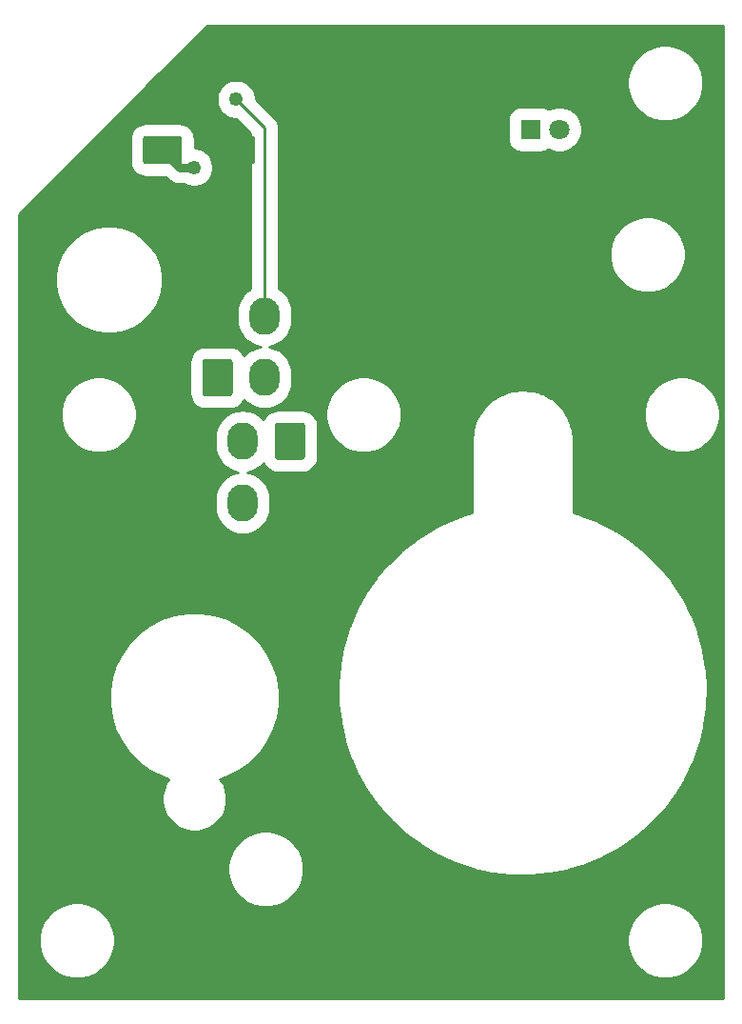
<source format=gbr>
%TF.GenerationSoftware,KiCad,Pcbnew,(5.1.12-1-10_14)*%
%TF.CreationDate,2021-11-24T11:20:23+11:00*%
%TF.ProjectId,Landing Gear Panel PCB V2,4c616e64-696e-4672-9047-656172205061,rev?*%
%TF.SameCoordinates,Original*%
%TF.FileFunction,Copper,L2,Bot*%
%TF.FilePolarity,Positive*%
%FSLAX46Y46*%
G04 Gerber Fmt 4.6, Leading zero omitted, Abs format (unit mm)*
G04 Created by KiCad (PCBNEW (5.1.12-1-10_14)) date 2021-11-24 11:20:23*
%MOMM*%
%LPD*%
G01*
G04 APERTURE LIST*
%TA.AperFunction,ComponentPad*%
%ADD10O,2.700000X3.300000*%
%TD*%
%TA.AperFunction,ComponentPad*%
%ADD11C,1.800000*%
%TD*%
%TA.AperFunction,ComponentPad*%
%ADD12R,1.800000X1.800000*%
%TD*%
%TA.AperFunction,ViaPad*%
%ADD13C,1.250000*%
%TD*%
%TA.AperFunction,Conductor*%
%ADD14C,0.750000*%
%TD*%
%TA.AperFunction,Conductor*%
%ADD15C,0.250000*%
%TD*%
%TA.AperFunction,Conductor*%
%ADD16C,0.254000*%
%TD*%
%TA.AperFunction,Conductor*%
%ADD17C,0.100000*%
%TD*%
G04 APERTURE END LIST*
D10*
%TO.P,J2,4*%
%TO.N,/DATAIN*%
X85450000Y-65500000D03*
%TO.P,J2,3*%
%TO.N,/LEDGND*%
X81250000Y-65500000D03*
%TO.P,J2,2*%
%TO.N,/LED+5V*%
X85450000Y-71000000D03*
%TO.P,J2,1*%
%TA.AperFunction,ComponentPad*%
G36*
G01*
X79900000Y-72399999D02*
X79900000Y-69600001D01*
G75*
G02*
X80150001Y-69350000I250001J0D01*
G01*
X82349999Y-69350000D01*
G75*
G02*
X82600000Y-69600001I0J-250001D01*
G01*
X82600000Y-72399999D01*
G75*
G02*
X82349999Y-72650000I-250001J0D01*
G01*
X80150001Y-72650000D01*
G75*
G02*
X79900000Y-72399999I0J250001D01*
G01*
G37*
%TD.AperFunction*%
%TD*%
%TO.P,J1,4*%
%TO.N,/DATAOUT*%
X83500000Y-82150000D03*
%TO.P,J1,3*%
%TO.N,/LEDGND*%
X87700000Y-82150000D03*
%TO.P,J1,2*%
%TO.N,/LED+5V*%
X83500000Y-76650000D03*
%TO.P,J1,1*%
%TA.AperFunction,ComponentPad*%
G36*
G01*
X89050000Y-75250001D02*
X89050000Y-78049999D01*
G75*
G02*
X88799999Y-78300000I-250001J0D01*
G01*
X86600001Y-78300000D01*
G75*
G02*
X86350000Y-78049999I0J250001D01*
G01*
X86350000Y-75250001D01*
G75*
G02*
X86600001Y-75000000I250001J0D01*
G01*
X88799999Y-75000000D01*
G75*
G02*
X89050000Y-75250001I0J-250001D01*
G01*
G37*
%TD.AperFunction*%
%TD*%
D11*
%TO.P,D24,2*%
%TO.N,/LED+5V*%
X111684000Y-48920400D03*
D12*
%TO.P,D24,1*%
%TO.N,Net-(D24-Pad1)*%
X109144000Y-48920400D03*
%TD*%
%TO.P,C1,2*%
%TO.N,/LEDGND*%
%TA.AperFunction,SMDPad,CuDef*%
G36*
G01*
X81103600Y-51774600D02*
X81103600Y-49774600D01*
G75*
G02*
X81353600Y-49524600I250000J0D01*
G01*
X84353600Y-49524600D01*
G75*
G02*
X84603600Y-49774600I0J-250000D01*
G01*
X84603600Y-51774600D01*
G75*
G02*
X84353600Y-52024600I-250000J0D01*
G01*
X81353600Y-52024600D01*
G75*
G02*
X81103600Y-51774600I0J250000D01*
G01*
G37*
%TD.AperFunction*%
%TO.P,C1,1*%
%TO.N,/LED+5V*%
%TA.AperFunction,SMDPad,CuDef*%
G36*
G01*
X74603600Y-51774600D02*
X74603600Y-49774600D01*
G75*
G02*
X74853600Y-49524600I250000J0D01*
G01*
X77853600Y-49524600D01*
G75*
G02*
X78103600Y-49774600I0J-250000D01*
G01*
X78103600Y-51774600D01*
G75*
G02*
X77853600Y-52024600I-250000J0D01*
G01*
X74853600Y-52024600D01*
G75*
G02*
X74603600Y-51774600I0J250000D01*
G01*
G37*
%TD.AperFunction*%
%TD*%
D13*
%TO.N,/LEDGND*%
X78967400Y-81665300D03*
X87650000Y-62700000D03*
X98550000Y-118000000D03*
X90150000Y-110900000D03*
X73300000Y-111600000D03*
X68350000Y-97200000D03*
X87850000Y-47800000D03*
X98550000Y-47900000D03*
X106650000Y-47800000D03*
X82900000Y-90800000D03*
X91500000Y-94050000D03*
X95200000Y-86400000D03*
X115750000Y-70550000D03*
X103450000Y-72250000D03*
X100250000Y-72150000D03*
X96900000Y-64300000D03*
X114250000Y-63950000D03*
X114100000Y-56600000D03*
X105600000Y-56700000D03*
X96650000Y-56800000D03*
X78750000Y-57450000D03*
X87850000Y-53300000D03*
X105600000Y-64350000D03*
%TO.N,/LED+5V*%
X79134500Y-52298400D03*
%TO.N,/DATAIN*%
X82919500Y-46269500D03*
%TD*%
D14*
%TO.N,/LED+5V*%
X79134500Y-52298400D02*
X77877400Y-52298400D01*
X77877400Y-52298400D02*
X76353600Y-50774600D01*
D15*
%TO.N,/DATAIN*%
X85450000Y-48800000D02*
X82919500Y-46269500D01*
X85450000Y-65500000D02*
X85450000Y-48800000D01*
%TD*%
D16*
%TO.N,/LEDGND*%
X126230200Y-126154000D02*
X63596700Y-126154000D01*
X63596700Y-120697776D01*
X65336421Y-120697776D01*
X65336421Y-121364224D01*
X65466439Y-122017866D01*
X65721477Y-122633583D01*
X66091736Y-123187714D01*
X66562986Y-123658964D01*
X67117117Y-124029223D01*
X67732834Y-124284261D01*
X68386476Y-124414279D01*
X69052924Y-124414279D01*
X69706566Y-124284261D01*
X70322283Y-124029223D01*
X70876414Y-123658964D01*
X71347664Y-123187714D01*
X71717923Y-122633583D01*
X71972961Y-122017866D01*
X72102979Y-121364224D01*
X72102979Y-120697776D01*
X117723920Y-120697776D01*
X117723920Y-121364224D01*
X117853938Y-122017866D01*
X118108976Y-122633584D01*
X118479235Y-123187715D01*
X118950485Y-123658965D01*
X119504616Y-124029224D01*
X120120334Y-124284262D01*
X120773976Y-124414280D01*
X121440424Y-124414280D01*
X122094066Y-124284262D01*
X122709784Y-124029224D01*
X123263915Y-123658965D01*
X123735165Y-123187715D01*
X124105424Y-122633584D01*
X124360462Y-122017866D01*
X124490480Y-121364224D01*
X124490480Y-120697776D01*
X124360462Y-120044134D01*
X124105424Y-119428416D01*
X123735165Y-118874285D01*
X123263915Y-118403035D01*
X122709784Y-118032776D01*
X122094066Y-117777738D01*
X121440424Y-117647720D01*
X120773976Y-117647720D01*
X120120334Y-117777738D01*
X119504616Y-118032776D01*
X118950485Y-118403035D01*
X118479235Y-118874285D01*
X118108976Y-119428416D01*
X117853938Y-120044134D01*
X117723920Y-120697776D01*
X72102979Y-120697776D01*
X71972961Y-120044134D01*
X71717923Y-119428417D01*
X71347664Y-118874286D01*
X70876414Y-118403036D01*
X70322283Y-118032777D01*
X69706566Y-117777739D01*
X69052924Y-117647721D01*
X68386476Y-117647721D01*
X67732834Y-117777739D01*
X67117117Y-118032777D01*
X66562986Y-118403036D01*
X66091736Y-118874286D01*
X65721477Y-119428417D01*
X65466439Y-120044134D01*
X65336421Y-120697776D01*
X63596700Y-120697776D01*
X63596700Y-114347776D01*
X82163921Y-114347776D01*
X82163921Y-115014224D01*
X82293939Y-115667866D01*
X82548977Y-116283583D01*
X82919236Y-116837714D01*
X83390486Y-117308964D01*
X83944617Y-117679223D01*
X84560334Y-117934261D01*
X85213976Y-118064279D01*
X85880424Y-118064279D01*
X86534066Y-117934261D01*
X87149783Y-117679223D01*
X87703914Y-117308964D01*
X88175164Y-116837714D01*
X88545423Y-116283583D01*
X88800461Y-115667866D01*
X88930479Y-115014224D01*
X88930479Y-114347776D01*
X88800461Y-113694134D01*
X88545423Y-113078417D01*
X88175164Y-112524286D01*
X87703914Y-112053036D01*
X87149783Y-111682777D01*
X86534066Y-111427739D01*
X85880424Y-111297721D01*
X85213976Y-111297721D01*
X84560334Y-111427739D01*
X83944617Y-111682777D01*
X83390486Y-112053036D01*
X82919236Y-112524286D01*
X82548977Y-113078417D01*
X82293939Y-113694134D01*
X82163921Y-114347776D01*
X63596700Y-114347776D01*
X63596700Y-98844946D01*
X71623620Y-98844946D01*
X71623620Y-100037054D01*
X71810107Y-101214484D01*
X72178488Y-102348246D01*
X72719694Y-103410421D01*
X73420397Y-104374856D01*
X74263344Y-105217803D01*
X75227779Y-105918506D01*
X76289954Y-106459712D01*
X76911821Y-106661768D01*
X76641393Y-107066493D01*
X76423988Y-107591355D01*
X76313156Y-108148546D01*
X76313156Y-108716654D01*
X76423988Y-109273845D01*
X76641393Y-109798707D01*
X76957016Y-110271071D01*
X77358729Y-110672784D01*
X77831093Y-110988407D01*
X78355955Y-111205812D01*
X78913146Y-111316644D01*
X79481254Y-111316644D01*
X80038445Y-111205812D01*
X80563307Y-110988407D01*
X81035671Y-110672784D01*
X81437384Y-110271071D01*
X81753007Y-109798707D01*
X81970412Y-109273845D01*
X82081244Y-108716654D01*
X82081244Y-108148546D01*
X81970412Y-107591355D01*
X81753007Y-107066493D01*
X81482579Y-106661768D01*
X82104446Y-106459712D01*
X83166621Y-105918506D01*
X84131056Y-105217803D01*
X84974003Y-104374856D01*
X85674706Y-103410421D01*
X86215912Y-102348246D01*
X86584293Y-101214484D01*
X86770780Y-100037054D01*
X86770780Y-98844946D01*
X86679651Y-98269580D01*
X91950445Y-98269580D01*
X91974080Y-99838039D01*
X91976146Y-99869034D01*
X91976587Y-99900087D01*
X91982480Y-99964054D01*
X92167216Y-101521775D01*
X92172456Y-101552385D01*
X92176087Y-101583236D01*
X92188524Y-101646259D01*
X92532404Y-103176738D01*
X92540763Y-103206649D01*
X92547546Y-103236961D01*
X92566395Y-103298371D01*
X93065774Y-104785395D01*
X93077165Y-104814292D01*
X93087027Y-104843744D01*
X93112088Y-104902891D01*
X93761678Y-106330706D01*
X93775981Y-106358282D01*
X93788816Y-106386560D01*
X93819824Y-106442818D01*
X94612741Y-107796297D01*
X94629809Y-107822267D01*
X94645477Y-107849065D01*
X94682104Y-107901838D01*
X95609948Y-109166641D01*
X95629593Y-109190717D01*
X95647935Y-109215765D01*
X95689793Y-109264494D01*
X96742735Y-110427221D01*
X96764748Y-110449147D01*
X96785569Y-110472179D01*
X96832214Y-110516347D01*
X97999098Y-111564681D01*
X98023250Y-111584229D01*
X98046327Y-111604998D01*
X98097265Y-111644137D01*
X99365729Y-112566971D01*
X99391759Y-112583931D01*
X99416852Y-112602220D01*
X99471544Y-112635915D01*
X100828147Y-113423472D01*
X100855782Y-113437666D01*
X100882624Y-113453280D01*
X100940489Y-113481175D01*
X102370863Y-114125111D01*
X102399812Y-114136390D01*
X102428115Y-114149161D01*
X102488528Y-114170955D01*
X102488540Y-114170960D01*
X102488546Y-114170962D01*
X103977529Y-114664453D01*
X104007474Y-114672694D01*
X104036949Y-114682491D01*
X104099296Y-114697963D01*
X105631126Y-115035785D01*
X105661758Y-115040904D01*
X105692084Y-115047619D01*
X105755692Y-115056601D01*
X107314130Y-115235172D01*
X107345121Y-115237115D01*
X107375983Y-115240678D01*
X107440176Y-115243073D01*
X109008716Y-115260504D01*
X109039752Y-115259250D01*
X109070809Y-115259622D01*
X109134908Y-115255406D01*
X110696931Y-115111509D01*
X110727666Y-115107073D01*
X110758602Y-115104250D01*
X110821929Y-115093467D01*
X112360886Y-114789769D01*
X112390997Y-114782198D01*
X112421485Y-114776209D01*
X112483368Y-114758974D01*
X113982956Y-114298691D01*
X114012145Y-114288059D01*
X114041840Y-114278973D01*
X114101623Y-114255468D01*
X115545953Y-113643477D01*
X115573887Y-113629905D01*
X115602498Y-113617811D01*
X115659549Y-113588285D01*
X117033319Y-112831070D01*
X117059718Y-112814694D01*
X117086926Y-112799727D01*
X117140640Y-112764494D01*
X118429297Y-111870076D01*
X118453866Y-111851078D01*
X118479399Y-111833389D01*
X118529206Y-111792821D01*
X119719098Y-110770677D01*
X119741588Y-110749250D01*
X119765163Y-110729034D01*
X119810536Y-110683561D01*
X120889056Y-109544519D01*
X120909223Y-109520895D01*
X120930597Y-109498361D01*
X120971055Y-109448465D01*
X121926777Y-108204593D01*
X121944409Y-108179021D01*
X121963353Y-108154410D01*
X121998468Y-108100620D01*
X122821267Y-106765096D01*
X122836179Y-106737843D01*
X122852491Y-106711418D01*
X122881891Y-106654303D01*
X123563049Y-105241276D01*
X123575082Y-105212632D01*
X123588589Y-105184674D01*
X123611963Y-105124839D01*
X124144264Y-103649279D01*
X124153291Y-103619543D01*
X124163850Y-103590351D01*
X124180949Y-103528431D01*
X124558754Y-102005970D01*
X124564674Y-101975478D01*
X124572180Y-101945341D01*
X124582823Y-101881991D01*
X124802129Y-100328760D01*
X124804883Y-100297825D01*
X124809252Y-100267072D01*
X124813327Y-100202964D01*
X124871811Y-98635417D01*
X124871370Y-98604362D01*
X124872555Y-98573324D01*
X124870018Y-98509136D01*
X124767060Y-96943882D01*
X124763428Y-96913028D01*
X124761417Y-96882042D01*
X124752296Y-96818454D01*
X124488987Y-95272075D01*
X124482206Y-95241772D01*
X124477018Y-95211142D01*
X124461409Y-95148829D01*
X124040539Y-93637707D01*
X124030674Y-93608248D01*
X124022369Y-93578327D01*
X124000437Y-93517949D01*
X123426464Y-92058094D01*
X123413621Y-92029800D01*
X123402286Y-92000896D01*
X123374265Y-91943092D01*
X122653270Y-90549970D01*
X122637590Y-90523152D01*
X122623341Y-90495561D01*
X122589526Y-90440944D01*
X121729148Y-89129315D01*
X121710798Y-89104256D01*
X121693785Y-89078270D01*
X121654534Y-89027418D01*
X120663887Y-87811177D01*
X120643056Y-87788133D01*
X120623464Y-87764038D01*
X120579195Y-87717490D01*
X119468776Y-86609523D01*
X119445688Y-86588744D01*
X119423721Y-86566788D01*
X119374901Y-86525037D01*
X118156473Y-85537082D01*
X118131366Y-85518783D01*
X118107265Y-85499206D01*
X118054412Y-85462694D01*
X116740884Y-84605217D01*
X116714037Y-84589600D01*
X116688043Y-84572599D01*
X116631717Y-84541714D01*
X115237004Y-83823801D01*
X115208694Y-83811027D01*
X115181091Y-83796788D01*
X115121888Y-83771857D01*
X113660768Y-83201112D01*
X113631293Y-83191314D01*
X113602373Y-83179989D01*
X113540933Y-83161279D01*
X113540922Y-83161275D01*
X113540917Y-83161274D01*
X112930158Y-82992622D01*
X112936256Y-76521889D01*
X112930021Y-76457967D01*
X112930021Y-76415162D01*
X112928230Y-76398124D01*
X112856395Y-75757703D01*
X112833266Y-75648889D01*
X112811673Y-75539836D01*
X112806609Y-75523477D01*
X112806607Y-75523467D01*
X112806603Y-75523458D01*
X112611749Y-74909197D01*
X112567925Y-74806948D01*
X112525560Y-74704163D01*
X112517412Y-74689092D01*
X112206952Y-74124368D01*
X112144116Y-74032598D01*
X112093157Y-73955899D01*
X119184420Y-73955899D01*
X119184420Y-74622347D01*
X119314438Y-75275989D01*
X119569476Y-75891707D01*
X119939735Y-76445838D01*
X120410985Y-76917088D01*
X120965116Y-77287347D01*
X121580834Y-77542385D01*
X122234476Y-77672403D01*
X122900924Y-77672403D01*
X123554566Y-77542385D01*
X124170284Y-77287347D01*
X124724415Y-76917088D01*
X125195665Y-76445838D01*
X125565924Y-75891707D01*
X125820962Y-75275989D01*
X125950980Y-74622347D01*
X125950980Y-73955899D01*
X125820962Y-73302257D01*
X125565924Y-72686539D01*
X125195665Y-72132408D01*
X124724415Y-71661158D01*
X124170284Y-71290899D01*
X123554566Y-71035861D01*
X122900924Y-70905843D01*
X122234476Y-70905843D01*
X121580834Y-71035861D01*
X120965116Y-71290899D01*
X120410985Y-71661158D01*
X119939735Y-72132408D01*
X119569476Y-72686539D01*
X119314438Y-73302257D01*
X119184420Y-73955899D01*
X112093157Y-73955899D01*
X112082581Y-73939981D01*
X112071661Y-73926780D01*
X111657425Y-73433112D01*
X111577961Y-73355295D01*
X111499607Y-73276393D01*
X111486331Y-73265564D01*
X110984096Y-72861757D01*
X110891037Y-72800861D01*
X110798845Y-72738677D01*
X110783718Y-72730633D01*
X110212615Y-72432068D01*
X110109496Y-72390405D01*
X110006986Y-72347314D01*
X109990585Y-72342362D01*
X109372367Y-72160410D01*
X109263103Y-72139567D01*
X109154190Y-72117210D01*
X109137141Y-72115538D01*
X109137139Y-72115538D01*
X108495354Y-72057131D01*
X108384147Y-72057907D01*
X108272940Y-72057131D01*
X108255889Y-72058803D01*
X107614983Y-72126166D01*
X107506024Y-72148532D01*
X107396809Y-72169366D01*
X107380408Y-72174317D01*
X106764791Y-72364882D01*
X106662224Y-72407997D01*
X106559160Y-72449638D01*
X106544033Y-72457680D01*
X105977155Y-72764190D01*
X105884936Y-72826392D01*
X105791904Y-72887271D01*
X105778627Y-72898099D01*
X105282079Y-73308879D01*
X105203704Y-73387803D01*
X105124262Y-73465599D01*
X105113341Y-73478799D01*
X104706038Y-73978202D01*
X104644491Y-74070838D01*
X104581667Y-74162590D01*
X104573518Y-74177660D01*
X104270973Y-74746664D01*
X104228580Y-74849517D01*
X104184786Y-74951697D01*
X104179719Y-74968064D01*
X103993456Y-75584996D01*
X103971856Y-75694085D01*
X103948734Y-75802865D01*
X103946943Y-75819904D01*
X103884057Y-76461266D01*
X103878200Y-76520733D01*
X103878201Y-82983327D01*
X103608929Y-83054539D01*
X103585974Y-83061893D01*
X103562600Y-83067770D01*
X103501704Y-83088220D01*
X102028261Y-83626354D01*
X101999679Y-83638494D01*
X101970490Y-83649126D01*
X101912018Y-83675728D01*
X100501697Y-84362471D01*
X100474505Y-84377490D01*
X100446574Y-84391061D01*
X100391146Y-84423532D01*
X99058887Y-85251607D01*
X99033384Y-85269341D01*
X99006994Y-85285712D01*
X98955198Y-85323708D01*
X97715117Y-86284344D01*
X97691584Y-86304595D01*
X97667004Y-86323602D01*
X97619389Y-86366722D01*
X96484621Y-87449740D01*
X96463285Y-87472313D01*
X96440799Y-87493736D01*
X96397868Y-87541522D01*
X95380439Y-88735448D01*
X95361537Y-88760093D01*
X95341371Y-88783716D01*
X95303579Y-88835662D01*
X94414266Y-90127848D01*
X94397999Y-90154304D01*
X94380367Y-90179876D01*
X94348115Y-90235431D01*
X93596340Y-91612187D01*
X93582880Y-91640172D01*
X93567968Y-91667425D01*
X93541598Y-91726000D01*
X92935326Y-93172739D01*
X92924811Y-93201966D01*
X92912783Y-93230600D01*
X92892573Y-93291576D01*
X92438226Y-94792973D01*
X92430771Y-94823127D01*
X92421750Y-94852845D01*
X92407915Y-94915576D01*
X92110307Y-96455722D01*
X92105990Y-96486490D01*
X92100073Y-96516970D01*
X92092760Y-96580790D01*
X91955044Y-98143370D01*
X91953913Y-98174413D01*
X91951160Y-98205346D01*
X91950445Y-98269580D01*
X86679651Y-98269580D01*
X86584293Y-97667516D01*
X86215912Y-96533754D01*
X85674706Y-95471579D01*
X84974003Y-94507144D01*
X84131056Y-93664197D01*
X83166621Y-92963494D01*
X82104446Y-92422288D01*
X80970684Y-92053907D01*
X79793254Y-91867420D01*
X78601146Y-91867420D01*
X77423716Y-92053907D01*
X76289954Y-92422288D01*
X75227779Y-92963494D01*
X74263344Y-93664197D01*
X73420397Y-94507144D01*
X72719694Y-95471579D01*
X72178488Y-96533754D01*
X71810107Y-97667516D01*
X71623620Y-98844946D01*
X63596700Y-98844946D01*
X63596700Y-73955899D01*
X67307420Y-73955899D01*
X67307420Y-74622347D01*
X67437438Y-75275989D01*
X67692476Y-75891707D01*
X68062735Y-76445838D01*
X68533985Y-76917088D01*
X69088116Y-77287347D01*
X69703834Y-77542385D01*
X70357476Y-77672403D01*
X71023924Y-77672403D01*
X71677566Y-77542385D01*
X72293284Y-77287347D01*
X72847415Y-76917088D01*
X73318665Y-76445838D01*
X73464010Y-76228314D01*
X81023000Y-76228314D01*
X81023000Y-77071685D01*
X81058840Y-77435576D01*
X81200478Y-77902492D01*
X81430485Y-78332805D01*
X81740022Y-78709978D01*
X82117194Y-79019515D01*
X82547507Y-79249522D01*
X83014423Y-79391160D01*
X83104178Y-79400000D01*
X83014424Y-79408840D01*
X82547508Y-79550478D01*
X82117195Y-79780485D01*
X81740023Y-80090022D01*
X81430486Y-80467194D01*
X81200478Y-80897507D01*
X81058840Y-81364423D01*
X81023000Y-81728314D01*
X81023000Y-82571685D01*
X81058840Y-82935576D01*
X81200478Y-83402492D01*
X81430485Y-83832805D01*
X81740022Y-84209978D01*
X82117194Y-84519515D01*
X82547507Y-84749522D01*
X83014423Y-84891160D01*
X83500000Y-84938985D01*
X83985576Y-84891160D01*
X84452492Y-84749522D01*
X84882805Y-84519515D01*
X85259978Y-84209978D01*
X85569515Y-83832806D01*
X85799522Y-83402493D01*
X85941160Y-82935577D01*
X85977000Y-82571686D01*
X85977000Y-81728315D01*
X85941160Y-81364424D01*
X85799522Y-80897508D01*
X85569515Y-80467195D01*
X85259978Y-80090022D01*
X84882806Y-79780485D01*
X84452493Y-79550478D01*
X83985577Y-79408840D01*
X83895822Y-79400000D01*
X83985576Y-79391160D01*
X84452492Y-79249522D01*
X84882805Y-79019515D01*
X85259978Y-78709978D01*
X85340393Y-78611992D01*
X85450533Y-78818049D01*
X85622458Y-79027542D01*
X85831951Y-79199467D01*
X86070959Y-79327220D01*
X86330298Y-79405890D01*
X86600001Y-79432453D01*
X88799999Y-79432453D01*
X89069702Y-79405890D01*
X89329041Y-79327220D01*
X89568049Y-79199467D01*
X89777542Y-79027542D01*
X89949467Y-78818049D01*
X90077220Y-78579041D01*
X90155890Y-78319702D01*
X90182453Y-78049999D01*
X90182453Y-75250001D01*
X90155890Y-74980298D01*
X90077220Y-74720959D01*
X89949467Y-74481951D01*
X89777542Y-74272458D01*
X89568049Y-74100533D01*
X89329041Y-73972780D01*
X89273393Y-73955899D01*
X90863421Y-73955899D01*
X90863421Y-74622347D01*
X90993439Y-75275989D01*
X91248477Y-75891706D01*
X91618736Y-76445837D01*
X92089986Y-76917087D01*
X92644117Y-77287346D01*
X93259834Y-77542384D01*
X93913476Y-77672402D01*
X94579924Y-77672402D01*
X95233566Y-77542384D01*
X95849283Y-77287346D01*
X96403414Y-76917087D01*
X96874664Y-76445837D01*
X97244923Y-75891706D01*
X97499961Y-75275989D01*
X97629979Y-74622347D01*
X97629979Y-73955899D01*
X97499961Y-73302257D01*
X97244923Y-72686540D01*
X96874664Y-72132409D01*
X96403414Y-71661159D01*
X95849283Y-71290900D01*
X95233566Y-71035862D01*
X94579924Y-70905844D01*
X93913476Y-70905844D01*
X93259834Y-71035862D01*
X92644117Y-71290900D01*
X92089986Y-71661159D01*
X91618736Y-72132409D01*
X91248477Y-72686540D01*
X90993439Y-73302257D01*
X90863421Y-73955899D01*
X89273393Y-73955899D01*
X89069702Y-73894110D01*
X88799999Y-73867547D01*
X86600001Y-73867547D01*
X86330298Y-73894110D01*
X86070959Y-73972780D01*
X85831951Y-74100533D01*
X85622458Y-74272458D01*
X85450533Y-74481951D01*
X85340393Y-74688008D01*
X85259978Y-74590022D01*
X84882806Y-74280485D01*
X84452493Y-74050478D01*
X83985577Y-73908840D01*
X83500000Y-73861015D01*
X83014424Y-73908840D01*
X82547508Y-74050478D01*
X82117195Y-74280485D01*
X81740023Y-74590022D01*
X81430486Y-74967194D01*
X81200478Y-75397507D01*
X81058840Y-75864423D01*
X81023000Y-76228314D01*
X73464010Y-76228314D01*
X73688924Y-75891707D01*
X73943962Y-75275989D01*
X74073980Y-74622347D01*
X74073980Y-73955899D01*
X73943962Y-73302257D01*
X73688924Y-72686539D01*
X73318665Y-72132408D01*
X72847415Y-71661158D01*
X72293284Y-71290899D01*
X71677566Y-71035861D01*
X71023924Y-70905843D01*
X70357476Y-70905843D01*
X69703834Y-71035861D01*
X69088116Y-71290899D01*
X68533985Y-71661158D01*
X68062735Y-72132408D01*
X67692476Y-72686539D01*
X67437438Y-73302257D01*
X67307420Y-73955899D01*
X63596700Y-73955899D01*
X63596700Y-69600001D01*
X78767547Y-69600001D01*
X78767547Y-72399999D01*
X78794110Y-72669702D01*
X78872780Y-72929041D01*
X79000533Y-73168049D01*
X79172458Y-73377542D01*
X79381951Y-73549467D01*
X79620959Y-73677220D01*
X79880298Y-73755890D01*
X80150001Y-73782453D01*
X82349999Y-73782453D01*
X82619702Y-73755890D01*
X82879041Y-73677220D01*
X83118049Y-73549467D01*
X83327542Y-73377542D01*
X83499467Y-73168049D01*
X83609608Y-72961991D01*
X83690023Y-73059978D01*
X84067195Y-73369515D01*
X84497508Y-73599522D01*
X84964424Y-73741160D01*
X85450000Y-73788985D01*
X85935577Y-73741160D01*
X86402493Y-73599522D01*
X86832806Y-73369515D01*
X87209978Y-73059978D01*
X87519515Y-72682805D01*
X87749522Y-72252492D01*
X87891160Y-71785576D01*
X87927000Y-71421685D01*
X87927000Y-70578314D01*
X87891160Y-70214423D01*
X87749522Y-69747507D01*
X87519515Y-69317194D01*
X87209978Y-68940022D01*
X86832805Y-68630485D01*
X86402492Y-68400478D01*
X85935576Y-68258840D01*
X85845822Y-68250000D01*
X85935577Y-68241160D01*
X86402493Y-68099522D01*
X86832806Y-67869515D01*
X87209978Y-67559978D01*
X87519515Y-67182805D01*
X87749522Y-66752492D01*
X87891160Y-66285576D01*
X87927000Y-65921685D01*
X87927000Y-65078314D01*
X87891160Y-64714423D01*
X87749522Y-64247507D01*
X87519515Y-63817194D01*
X87209978Y-63440022D01*
X86832805Y-63130485D01*
X86702000Y-63060568D01*
X86702000Y-59737776D01*
X116136420Y-59737776D01*
X116136420Y-60404224D01*
X116266438Y-61057866D01*
X116521476Y-61673584D01*
X116891735Y-62227715D01*
X117362985Y-62698965D01*
X117917116Y-63069224D01*
X118532834Y-63324262D01*
X119186476Y-63454280D01*
X119852924Y-63454280D01*
X120506566Y-63324262D01*
X121122284Y-63069224D01*
X121676415Y-62698965D01*
X122147665Y-62227715D01*
X122517924Y-61673584D01*
X122772962Y-61057866D01*
X122902980Y-60404224D01*
X122902980Y-59737776D01*
X122772962Y-59084134D01*
X122517924Y-58468416D01*
X122147665Y-57914285D01*
X121676415Y-57443035D01*
X121122284Y-57072776D01*
X120506566Y-56817738D01*
X119852924Y-56687720D01*
X119186476Y-56687720D01*
X118532834Y-56817738D01*
X117917116Y-57072776D01*
X117362985Y-57443035D01*
X116891735Y-57914285D01*
X116521476Y-58468416D01*
X116266438Y-59084134D01*
X116136420Y-59737776D01*
X86702000Y-59737776D01*
X86702000Y-48861495D01*
X86708057Y-48799999D01*
X86700252Y-48720758D01*
X86683884Y-48554565D01*
X86612293Y-48318562D01*
X86496036Y-48101060D01*
X86429840Y-48020400D01*
X107111547Y-48020400D01*
X107111547Y-49820400D01*
X107133307Y-50041331D01*
X107197750Y-50253771D01*
X107302400Y-50449557D01*
X107443235Y-50621165D01*
X107614843Y-50762000D01*
X107810629Y-50866650D01*
X108023069Y-50931093D01*
X108244000Y-50952853D01*
X110044000Y-50952853D01*
X110264931Y-50931093D01*
X110477371Y-50866650D01*
X110673157Y-50762000D01*
X110726842Y-50717941D01*
X111092746Y-50869504D01*
X111484358Y-50947400D01*
X111883642Y-50947400D01*
X112275254Y-50869504D01*
X112644145Y-50716704D01*
X112976137Y-50494874D01*
X113258474Y-50212537D01*
X113480304Y-49880545D01*
X113633104Y-49511654D01*
X113711000Y-49120042D01*
X113711000Y-48720758D01*
X113633104Y-48329146D01*
X113480304Y-47960255D01*
X113258474Y-47628263D01*
X112976137Y-47345926D01*
X112644145Y-47124096D01*
X112275254Y-46971296D01*
X111883642Y-46893400D01*
X111484358Y-46893400D01*
X111092746Y-46971296D01*
X110726842Y-47122859D01*
X110673157Y-47078800D01*
X110477371Y-46974150D01*
X110264931Y-46909707D01*
X110044000Y-46887947D01*
X108244000Y-46887947D01*
X108023069Y-46909707D01*
X107810629Y-46974150D01*
X107614843Y-47078800D01*
X107443235Y-47219635D01*
X107302400Y-47391243D01*
X107197750Y-47587029D01*
X107133307Y-47799469D01*
X107111547Y-48020400D01*
X86429840Y-48020400D01*
X86378783Y-47958187D01*
X86339581Y-47910419D01*
X86291813Y-47871217D01*
X84671500Y-46250905D01*
X84671500Y-46096943D01*
X84604171Y-45758461D01*
X84472102Y-45439617D01*
X84280367Y-45152665D01*
X84036335Y-44908633D01*
X83749383Y-44716898D01*
X83430539Y-44584829D01*
X83092057Y-44517500D01*
X82746943Y-44517500D01*
X82408461Y-44584829D01*
X82089617Y-44716898D01*
X81802665Y-44908633D01*
X81558633Y-45152665D01*
X81366898Y-45439617D01*
X81234829Y-45758461D01*
X81167500Y-46096943D01*
X81167500Y-46442057D01*
X81234829Y-46780539D01*
X81366898Y-47099383D01*
X81558633Y-47386335D01*
X81802665Y-47630367D01*
X82089617Y-47822102D01*
X82408461Y-47954171D01*
X82746943Y-48021500D01*
X82900905Y-48021500D01*
X84198001Y-49318597D01*
X84198000Y-63060568D01*
X84067194Y-63130485D01*
X83690022Y-63440022D01*
X83380485Y-63817195D01*
X83150478Y-64247508D01*
X83008840Y-64714424D01*
X82973000Y-65078315D01*
X82973000Y-65921686D01*
X83008840Y-66285577D01*
X83150478Y-66752493D01*
X83380486Y-67182806D01*
X83690023Y-67559978D01*
X84067195Y-67869515D01*
X84497508Y-68099522D01*
X84964424Y-68241160D01*
X85054178Y-68250000D01*
X84964423Y-68258840D01*
X84497507Y-68400478D01*
X84067194Y-68630485D01*
X83690022Y-68940022D01*
X83609607Y-69038008D01*
X83499467Y-68831951D01*
X83327542Y-68622458D01*
X83118049Y-68450533D01*
X82879041Y-68322780D01*
X82619702Y-68244110D01*
X82349999Y-68217547D01*
X80150001Y-68217547D01*
X79880298Y-68244110D01*
X79620959Y-68322780D01*
X79381951Y-68450533D01*
X79172458Y-68622458D01*
X79000533Y-68831951D01*
X78872780Y-69070959D01*
X78794110Y-69330298D01*
X78767547Y-69600001D01*
X63596700Y-69600001D01*
X63596700Y-61821230D01*
X66782162Y-61821230D01*
X66782162Y-62765770D01*
X66966433Y-63692161D01*
X67327893Y-64564802D01*
X67852651Y-65350158D01*
X68520542Y-66018049D01*
X69305898Y-66542807D01*
X70178539Y-66904267D01*
X71104930Y-67088538D01*
X72049470Y-67088538D01*
X72975861Y-66904267D01*
X73848502Y-66542807D01*
X74633858Y-66018049D01*
X75301749Y-65350158D01*
X75826507Y-64564802D01*
X76187967Y-63692161D01*
X76372238Y-62765770D01*
X76372238Y-61821230D01*
X76187967Y-60894839D01*
X75826507Y-60022198D01*
X75301749Y-59236842D01*
X74633858Y-58568951D01*
X73848502Y-58044193D01*
X72975861Y-57682733D01*
X72049470Y-57498462D01*
X71104930Y-57498462D01*
X70178539Y-57682733D01*
X69305898Y-58044193D01*
X68520542Y-58568951D01*
X67852651Y-59236842D01*
X67327893Y-60022198D01*
X66966433Y-60894839D01*
X66782162Y-61821230D01*
X63596700Y-61821230D01*
X63596700Y-56451739D01*
X70273839Y-49774600D01*
X73471147Y-49774600D01*
X73471147Y-51774600D01*
X73497710Y-52044303D01*
X73576380Y-52303642D01*
X73704132Y-52542650D01*
X73876058Y-52752142D01*
X74085550Y-52924068D01*
X74324558Y-53051820D01*
X74583897Y-53130490D01*
X74853600Y-53157053D01*
X76611904Y-53157053D01*
X76763152Y-53308301D01*
X76810187Y-53365613D01*
X77038896Y-53553310D01*
X77299829Y-53692781D01*
X77497070Y-53752613D01*
X77582956Y-53778667D01*
X77877400Y-53807667D01*
X77951183Y-53800400D01*
X78228886Y-53800400D01*
X78304617Y-53851002D01*
X78623461Y-53983071D01*
X78961943Y-54050400D01*
X79307057Y-54050400D01*
X79645539Y-53983071D01*
X79964383Y-53851002D01*
X80251335Y-53659267D01*
X80495367Y-53415235D01*
X80687102Y-53128283D01*
X80819171Y-52809439D01*
X80886500Y-52470957D01*
X80886500Y-52125843D01*
X80819171Y-51787361D01*
X80687102Y-51468517D01*
X80495367Y-51181565D01*
X80251335Y-50937533D01*
X79964383Y-50745798D01*
X79645539Y-50613729D01*
X79307057Y-50546400D01*
X79236053Y-50546400D01*
X79236053Y-49774600D01*
X79209490Y-49504897D01*
X79130820Y-49245558D01*
X79003068Y-49006550D01*
X78831142Y-48797058D01*
X78621650Y-48625132D01*
X78382642Y-48497380D01*
X78123303Y-48418710D01*
X77853600Y-48392147D01*
X74853600Y-48392147D01*
X74583897Y-48418710D01*
X74324558Y-48497380D01*
X74085550Y-48625132D01*
X73876058Y-48797058D01*
X73704132Y-49006550D01*
X73576380Y-49245558D01*
X73497710Y-49504897D01*
X73471147Y-49774600D01*
X70273839Y-49774600D01*
X75550663Y-44497776D01*
X117723921Y-44497776D01*
X117723921Y-45164224D01*
X117853939Y-45817866D01*
X118108977Y-46433583D01*
X118479236Y-46987714D01*
X118950486Y-47458964D01*
X119504617Y-47829223D01*
X120120334Y-48084261D01*
X120773976Y-48214279D01*
X121440424Y-48214279D01*
X122094066Y-48084261D01*
X122709783Y-47829223D01*
X123263914Y-47458964D01*
X123735164Y-46987714D01*
X124105423Y-46433583D01*
X124360461Y-45817866D01*
X124490479Y-45164224D01*
X124490479Y-44497776D01*
X124360461Y-43844134D01*
X124105423Y-43228417D01*
X123735164Y-42674286D01*
X123263914Y-42203036D01*
X122709783Y-41832777D01*
X122094066Y-41577739D01*
X121440424Y-41447721D01*
X120773976Y-41447721D01*
X120120334Y-41577739D01*
X119504617Y-41832777D01*
X118950486Y-42203036D01*
X118479236Y-42674286D01*
X118108977Y-43228417D01*
X117853939Y-43844134D01*
X117723921Y-44497776D01*
X75550663Y-44497776D01*
X80340440Y-39708000D01*
X126230201Y-39708000D01*
X126230200Y-126154000D01*
%TA.AperFunction,Conductor*%
D17*
G36*
X126230200Y-126154000D02*
G01*
X63596700Y-126154000D01*
X63596700Y-120697776D01*
X65336421Y-120697776D01*
X65336421Y-121364224D01*
X65466439Y-122017866D01*
X65721477Y-122633583D01*
X66091736Y-123187714D01*
X66562986Y-123658964D01*
X67117117Y-124029223D01*
X67732834Y-124284261D01*
X68386476Y-124414279D01*
X69052924Y-124414279D01*
X69706566Y-124284261D01*
X70322283Y-124029223D01*
X70876414Y-123658964D01*
X71347664Y-123187714D01*
X71717923Y-122633583D01*
X71972961Y-122017866D01*
X72102979Y-121364224D01*
X72102979Y-120697776D01*
X117723920Y-120697776D01*
X117723920Y-121364224D01*
X117853938Y-122017866D01*
X118108976Y-122633584D01*
X118479235Y-123187715D01*
X118950485Y-123658965D01*
X119504616Y-124029224D01*
X120120334Y-124284262D01*
X120773976Y-124414280D01*
X121440424Y-124414280D01*
X122094066Y-124284262D01*
X122709784Y-124029224D01*
X123263915Y-123658965D01*
X123735165Y-123187715D01*
X124105424Y-122633584D01*
X124360462Y-122017866D01*
X124490480Y-121364224D01*
X124490480Y-120697776D01*
X124360462Y-120044134D01*
X124105424Y-119428416D01*
X123735165Y-118874285D01*
X123263915Y-118403035D01*
X122709784Y-118032776D01*
X122094066Y-117777738D01*
X121440424Y-117647720D01*
X120773976Y-117647720D01*
X120120334Y-117777738D01*
X119504616Y-118032776D01*
X118950485Y-118403035D01*
X118479235Y-118874285D01*
X118108976Y-119428416D01*
X117853938Y-120044134D01*
X117723920Y-120697776D01*
X72102979Y-120697776D01*
X71972961Y-120044134D01*
X71717923Y-119428417D01*
X71347664Y-118874286D01*
X70876414Y-118403036D01*
X70322283Y-118032777D01*
X69706566Y-117777739D01*
X69052924Y-117647721D01*
X68386476Y-117647721D01*
X67732834Y-117777739D01*
X67117117Y-118032777D01*
X66562986Y-118403036D01*
X66091736Y-118874286D01*
X65721477Y-119428417D01*
X65466439Y-120044134D01*
X65336421Y-120697776D01*
X63596700Y-120697776D01*
X63596700Y-114347776D01*
X82163921Y-114347776D01*
X82163921Y-115014224D01*
X82293939Y-115667866D01*
X82548977Y-116283583D01*
X82919236Y-116837714D01*
X83390486Y-117308964D01*
X83944617Y-117679223D01*
X84560334Y-117934261D01*
X85213976Y-118064279D01*
X85880424Y-118064279D01*
X86534066Y-117934261D01*
X87149783Y-117679223D01*
X87703914Y-117308964D01*
X88175164Y-116837714D01*
X88545423Y-116283583D01*
X88800461Y-115667866D01*
X88930479Y-115014224D01*
X88930479Y-114347776D01*
X88800461Y-113694134D01*
X88545423Y-113078417D01*
X88175164Y-112524286D01*
X87703914Y-112053036D01*
X87149783Y-111682777D01*
X86534066Y-111427739D01*
X85880424Y-111297721D01*
X85213976Y-111297721D01*
X84560334Y-111427739D01*
X83944617Y-111682777D01*
X83390486Y-112053036D01*
X82919236Y-112524286D01*
X82548977Y-113078417D01*
X82293939Y-113694134D01*
X82163921Y-114347776D01*
X63596700Y-114347776D01*
X63596700Y-98844946D01*
X71623620Y-98844946D01*
X71623620Y-100037054D01*
X71810107Y-101214484D01*
X72178488Y-102348246D01*
X72719694Y-103410421D01*
X73420397Y-104374856D01*
X74263344Y-105217803D01*
X75227779Y-105918506D01*
X76289954Y-106459712D01*
X76911821Y-106661768D01*
X76641393Y-107066493D01*
X76423988Y-107591355D01*
X76313156Y-108148546D01*
X76313156Y-108716654D01*
X76423988Y-109273845D01*
X76641393Y-109798707D01*
X76957016Y-110271071D01*
X77358729Y-110672784D01*
X77831093Y-110988407D01*
X78355955Y-111205812D01*
X78913146Y-111316644D01*
X79481254Y-111316644D01*
X80038445Y-111205812D01*
X80563307Y-110988407D01*
X81035671Y-110672784D01*
X81437384Y-110271071D01*
X81753007Y-109798707D01*
X81970412Y-109273845D01*
X82081244Y-108716654D01*
X82081244Y-108148546D01*
X81970412Y-107591355D01*
X81753007Y-107066493D01*
X81482579Y-106661768D01*
X82104446Y-106459712D01*
X83166621Y-105918506D01*
X84131056Y-105217803D01*
X84974003Y-104374856D01*
X85674706Y-103410421D01*
X86215912Y-102348246D01*
X86584293Y-101214484D01*
X86770780Y-100037054D01*
X86770780Y-98844946D01*
X86679651Y-98269580D01*
X91950445Y-98269580D01*
X91974080Y-99838039D01*
X91976146Y-99869034D01*
X91976587Y-99900087D01*
X91982480Y-99964054D01*
X92167216Y-101521775D01*
X92172456Y-101552385D01*
X92176087Y-101583236D01*
X92188524Y-101646259D01*
X92532404Y-103176738D01*
X92540763Y-103206649D01*
X92547546Y-103236961D01*
X92566395Y-103298371D01*
X93065774Y-104785395D01*
X93077165Y-104814292D01*
X93087027Y-104843744D01*
X93112088Y-104902891D01*
X93761678Y-106330706D01*
X93775981Y-106358282D01*
X93788816Y-106386560D01*
X93819824Y-106442818D01*
X94612741Y-107796297D01*
X94629809Y-107822267D01*
X94645477Y-107849065D01*
X94682104Y-107901838D01*
X95609948Y-109166641D01*
X95629593Y-109190717D01*
X95647935Y-109215765D01*
X95689793Y-109264494D01*
X96742735Y-110427221D01*
X96764748Y-110449147D01*
X96785569Y-110472179D01*
X96832214Y-110516347D01*
X97999098Y-111564681D01*
X98023250Y-111584229D01*
X98046327Y-111604998D01*
X98097265Y-111644137D01*
X99365729Y-112566971D01*
X99391759Y-112583931D01*
X99416852Y-112602220D01*
X99471544Y-112635915D01*
X100828147Y-113423472D01*
X100855782Y-113437666D01*
X100882624Y-113453280D01*
X100940489Y-113481175D01*
X102370863Y-114125111D01*
X102399812Y-114136390D01*
X102428115Y-114149161D01*
X102488528Y-114170955D01*
X102488540Y-114170960D01*
X102488546Y-114170962D01*
X103977529Y-114664453D01*
X104007474Y-114672694D01*
X104036949Y-114682491D01*
X104099296Y-114697963D01*
X105631126Y-115035785D01*
X105661758Y-115040904D01*
X105692084Y-115047619D01*
X105755692Y-115056601D01*
X107314130Y-115235172D01*
X107345121Y-115237115D01*
X107375983Y-115240678D01*
X107440176Y-115243073D01*
X109008716Y-115260504D01*
X109039752Y-115259250D01*
X109070809Y-115259622D01*
X109134908Y-115255406D01*
X110696931Y-115111509D01*
X110727666Y-115107073D01*
X110758602Y-115104250D01*
X110821929Y-115093467D01*
X112360886Y-114789769D01*
X112390997Y-114782198D01*
X112421485Y-114776209D01*
X112483368Y-114758974D01*
X113982956Y-114298691D01*
X114012145Y-114288059D01*
X114041840Y-114278973D01*
X114101623Y-114255468D01*
X115545953Y-113643477D01*
X115573887Y-113629905D01*
X115602498Y-113617811D01*
X115659549Y-113588285D01*
X117033319Y-112831070D01*
X117059718Y-112814694D01*
X117086926Y-112799727D01*
X117140640Y-112764494D01*
X118429297Y-111870076D01*
X118453866Y-111851078D01*
X118479399Y-111833389D01*
X118529206Y-111792821D01*
X119719098Y-110770677D01*
X119741588Y-110749250D01*
X119765163Y-110729034D01*
X119810536Y-110683561D01*
X120889056Y-109544519D01*
X120909223Y-109520895D01*
X120930597Y-109498361D01*
X120971055Y-109448465D01*
X121926777Y-108204593D01*
X121944409Y-108179021D01*
X121963353Y-108154410D01*
X121998468Y-108100620D01*
X122821267Y-106765096D01*
X122836179Y-106737843D01*
X122852491Y-106711418D01*
X122881891Y-106654303D01*
X123563049Y-105241276D01*
X123575082Y-105212632D01*
X123588589Y-105184674D01*
X123611963Y-105124839D01*
X124144264Y-103649279D01*
X124153291Y-103619543D01*
X124163850Y-103590351D01*
X124180949Y-103528431D01*
X124558754Y-102005970D01*
X124564674Y-101975478D01*
X124572180Y-101945341D01*
X124582823Y-101881991D01*
X124802129Y-100328760D01*
X124804883Y-100297825D01*
X124809252Y-100267072D01*
X124813327Y-100202964D01*
X124871811Y-98635417D01*
X124871370Y-98604362D01*
X124872555Y-98573324D01*
X124870018Y-98509136D01*
X124767060Y-96943882D01*
X124763428Y-96913028D01*
X124761417Y-96882042D01*
X124752296Y-96818454D01*
X124488987Y-95272075D01*
X124482206Y-95241772D01*
X124477018Y-95211142D01*
X124461409Y-95148829D01*
X124040539Y-93637707D01*
X124030674Y-93608248D01*
X124022369Y-93578327D01*
X124000437Y-93517949D01*
X123426464Y-92058094D01*
X123413621Y-92029800D01*
X123402286Y-92000896D01*
X123374265Y-91943092D01*
X122653270Y-90549970D01*
X122637590Y-90523152D01*
X122623341Y-90495561D01*
X122589526Y-90440944D01*
X121729148Y-89129315D01*
X121710798Y-89104256D01*
X121693785Y-89078270D01*
X121654534Y-89027418D01*
X120663887Y-87811177D01*
X120643056Y-87788133D01*
X120623464Y-87764038D01*
X120579195Y-87717490D01*
X119468776Y-86609523D01*
X119445688Y-86588744D01*
X119423721Y-86566788D01*
X119374901Y-86525037D01*
X118156473Y-85537082D01*
X118131366Y-85518783D01*
X118107265Y-85499206D01*
X118054412Y-85462694D01*
X116740884Y-84605217D01*
X116714037Y-84589600D01*
X116688043Y-84572599D01*
X116631717Y-84541714D01*
X115237004Y-83823801D01*
X115208694Y-83811027D01*
X115181091Y-83796788D01*
X115121888Y-83771857D01*
X113660768Y-83201112D01*
X113631293Y-83191314D01*
X113602373Y-83179989D01*
X113540933Y-83161279D01*
X113540922Y-83161275D01*
X113540917Y-83161274D01*
X112930158Y-82992622D01*
X112936256Y-76521889D01*
X112930021Y-76457967D01*
X112930021Y-76415162D01*
X112928230Y-76398124D01*
X112856395Y-75757703D01*
X112833266Y-75648889D01*
X112811673Y-75539836D01*
X112806609Y-75523477D01*
X112806607Y-75523467D01*
X112806603Y-75523458D01*
X112611749Y-74909197D01*
X112567925Y-74806948D01*
X112525560Y-74704163D01*
X112517412Y-74689092D01*
X112206952Y-74124368D01*
X112144116Y-74032598D01*
X112093157Y-73955899D01*
X119184420Y-73955899D01*
X119184420Y-74622347D01*
X119314438Y-75275989D01*
X119569476Y-75891707D01*
X119939735Y-76445838D01*
X120410985Y-76917088D01*
X120965116Y-77287347D01*
X121580834Y-77542385D01*
X122234476Y-77672403D01*
X122900924Y-77672403D01*
X123554566Y-77542385D01*
X124170284Y-77287347D01*
X124724415Y-76917088D01*
X125195665Y-76445838D01*
X125565924Y-75891707D01*
X125820962Y-75275989D01*
X125950980Y-74622347D01*
X125950980Y-73955899D01*
X125820962Y-73302257D01*
X125565924Y-72686539D01*
X125195665Y-72132408D01*
X124724415Y-71661158D01*
X124170284Y-71290899D01*
X123554566Y-71035861D01*
X122900924Y-70905843D01*
X122234476Y-70905843D01*
X121580834Y-71035861D01*
X120965116Y-71290899D01*
X120410985Y-71661158D01*
X119939735Y-72132408D01*
X119569476Y-72686539D01*
X119314438Y-73302257D01*
X119184420Y-73955899D01*
X112093157Y-73955899D01*
X112082581Y-73939981D01*
X112071661Y-73926780D01*
X111657425Y-73433112D01*
X111577961Y-73355295D01*
X111499607Y-73276393D01*
X111486331Y-73265564D01*
X110984096Y-72861757D01*
X110891037Y-72800861D01*
X110798845Y-72738677D01*
X110783718Y-72730633D01*
X110212615Y-72432068D01*
X110109496Y-72390405D01*
X110006986Y-72347314D01*
X109990585Y-72342362D01*
X109372367Y-72160410D01*
X109263103Y-72139567D01*
X109154190Y-72117210D01*
X109137141Y-72115538D01*
X109137139Y-72115538D01*
X108495354Y-72057131D01*
X108384147Y-72057907D01*
X108272940Y-72057131D01*
X108255889Y-72058803D01*
X107614983Y-72126166D01*
X107506024Y-72148532D01*
X107396809Y-72169366D01*
X107380408Y-72174317D01*
X106764791Y-72364882D01*
X106662224Y-72407997D01*
X106559160Y-72449638D01*
X106544033Y-72457680D01*
X105977155Y-72764190D01*
X105884936Y-72826392D01*
X105791904Y-72887271D01*
X105778627Y-72898099D01*
X105282079Y-73308879D01*
X105203704Y-73387803D01*
X105124262Y-73465599D01*
X105113341Y-73478799D01*
X104706038Y-73978202D01*
X104644491Y-74070838D01*
X104581667Y-74162590D01*
X104573518Y-74177660D01*
X104270973Y-74746664D01*
X104228580Y-74849517D01*
X104184786Y-74951697D01*
X104179719Y-74968064D01*
X103993456Y-75584996D01*
X103971856Y-75694085D01*
X103948734Y-75802865D01*
X103946943Y-75819904D01*
X103884057Y-76461266D01*
X103878200Y-76520733D01*
X103878201Y-82983327D01*
X103608929Y-83054539D01*
X103585974Y-83061893D01*
X103562600Y-83067770D01*
X103501704Y-83088220D01*
X102028261Y-83626354D01*
X101999679Y-83638494D01*
X101970490Y-83649126D01*
X101912018Y-83675728D01*
X100501697Y-84362471D01*
X100474505Y-84377490D01*
X100446574Y-84391061D01*
X100391146Y-84423532D01*
X99058887Y-85251607D01*
X99033384Y-85269341D01*
X99006994Y-85285712D01*
X98955198Y-85323708D01*
X97715117Y-86284344D01*
X97691584Y-86304595D01*
X97667004Y-86323602D01*
X97619389Y-86366722D01*
X96484621Y-87449740D01*
X96463285Y-87472313D01*
X96440799Y-87493736D01*
X96397868Y-87541522D01*
X95380439Y-88735448D01*
X95361537Y-88760093D01*
X95341371Y-88783716D01*
X95303579Y-88835662D01*
X94414266Y-90127848D01*
X94397999Y-90154304D01*
X94380367Y-90179876D01*
X94348115Y-90235431D01*
X93596340Y-91612187D01*
X93582880Y-91640172D01*
X93567968Y-91667425D01*
X93541598Y-91726000D01*
X92935326Y-93172739D01*
X92924811Y-93201966D01*
X92912783Y-93230600D01*
X92892573Y-93291576D01*
X92438226Y-94792973D01*
X92430771Y-94823127D01*
X92421750Y-94852845D01*
X92407915Y-94915576D01*
X92110307Y-96455722D01*
X92105990Y-96486490D01*
X92100073Y-96516970D01*
X92092760Y-96580790D01*
X91955044Y-98143370D01*
X91953913Y-98174413D01*
X91951160Y-98205346D01*
X91950445Y-98269580D01*
X86679651Y-98269580D01*
X86584293Y-97667516D01*
X86215912Y-96533754D01*
X85674706Y-95471579D01*
X84974003Y-94507144D01*
X84131056Y-93664197D01*
X83166621Y-92963494D01*
X82104446Y-92422288D01*
X80970684Y-92053907D01*
X79793254Y-91867420D01*
X78601146Y-91867420D01*
X77423716Y-92053907D01*
X76289954Y-92422288D01*
X75227779Y-92963494D01*
X74263344Y-93664197D01*
X73420397Y-94507144D01*
X72719694Y-95471579D01*
X72178488Y-96533754D01*
X71810107Y-97667516D01*
X71623620Y-98844946D01*
X63596700Y-98844946D01*
X63596700Y-73955899D01*
X67307420Y-73955899D01*
X67307420Y-74622347D01*
X67437438Y-75275989D01*
X67692476Y-75891707D01*
X68062735Y-76445838D01*
X68533985Y-76917088D01*
X69088116Y-77287347D01*
X69703834Y-77542385D01*
X70357476Y-77672403D01*
X71023924Y-77672403D01*
X71677566Y-77542385D01*
X72293284Y-77287347D01*
X72847415Y-76917088D01*
X73318665Y-76445838D01*
X73464010Y-76228314D01*
X81023000Y-76228314D01*
X81023000Y-77071685D01*
X81058840Y-77435576D01*
X81200478Y-77902492D01*
X81430485Y-78332805D01*
X81740022Y-78709978D01*
X82117194Y-79019515D01*
X82547507Y-79249522D01*
X83014423Y-79391160D01*
X83104178Y-79400000D01*
X83014424Y-79408840D01*
X82547508Y-79550478D01*
X82117195Y-79780485D01*
X81740023Y-80090022D01*
X81430486Y-80467194D01*
X81200478Y-80897507D01*
X81058840Y-81364423D01*
X81023000Y-81728314D01*
X81023000Y-82571685D01*
X81058840Y-82935576D01*
X81200478Y-83402492D01*
X81430485Y-83832805D01*
X81740022Y-84209978D01*
X82117194Y-84519515D01*
X82547507Y-84749522D01*
X83014423Y-84891160D01*
X83500000Y-84938985D01*
X83985576Y-84891160D01*
X84452492Y-84749522D01*
X84882805Y-84519515D01*
X85259978Y-84209978D01*
X85569515Y-83832806D01*
X85799522Y-83402493D01*
X85941160Y-82935577D01*
X85977000Y-82571686D01*
X85977000Y-81728315D01*
X85941160Y-81364424D01*
X85799522Y-80897508D01*
X85569515Y-80467195D01*
X85259978Y-80090022D01*
X84882806Y-79780485D01*
X84452493Y-79550478D01*
X83985577Y-79408840D01*
X83895822Y-79400000D01*
X83985576Y-79391160D01*
X84452492Y-79249522D01*
X84882805Y-79019515D01*
X85259978Y-78709978D01*
X85340393Y-78611992D01*
X85450533Y-78818049D01*
X85622458Y-79027542D01*
X85831951Y-79199467D01*
X86070959Y-79327220D01*
X86330298Y-79405890D01*
X86600001Y-79432453D01*
X88799999Y-79432453D01*
X89069702Y-79405890D01*
X89329041Y-79327220D01*
X89568049Y-79199467D01*
X89777542Y-79027542D01*
X89949467Y-78818049D01*
X90077220Y-78579041D01*
X90155890Y-78319702D01*
X90182453Y-78049999D01*
X90182453Y-75250001D01*
X90155890Y-74980298D01*
X90077220Y-74720959D01*
X89949467Y-74481951D01*
X89777542Y-74272458D01*
X89568049Y-74100533D01*
X89329041Y-73972780D01*
X89273393Y-73955899D01*
X90863421Y-73955899D01*
X90863421Y-74622347D01*
X90993439Y-75275989D01*
X91248477Y-75891706D01*
X91618736Y-76445837D01*
X92089986Y-76917087D01*
X92644117Y-77287346D01*
X93259834Y-77542384D01*
X93913476Y-77672402D01*
X94579924Y-77672402D01*
X95233566Y-77542384D01*
X95849283Y-77287346D01*
X96403414Y-76917087D01*
X96874664Y-76445837D01*
X97244923Y-75891706D01*
X97499961Y-75275989D01*
X97629979Y-74622347D01*
X97629979Y-73955899D01*
X97499961Y-73302257D01*
X97244923Y-72686540D01*
X96874664Y-72132409D01*
X96403414Y-71661159D01*
X95849283Y-71290900D01*
X95233566Y-71035862D01*
X94579924Y-70905844D01*
X93913476Y-70905844D01*
X93259834Y-71035862D01*
X92644117Y-71290900D01*
X92089986Y-71661159D01*
X91618736Y-72132409D01*
X91248477Y-72686540D01*
X90993439Y-73302257D01*
X90863421Y-73955899D01*
X89273393Y-73955899D01*
X89069702Y-73894110D01*
X88799999Y-73867547D01*
X86600001Y-73867547D01*
X86330298Y-73894110D01*
X86070959Y-73972780D01*
X85831951Y-74100533D01*
X85622458Y-74272458D01*
X85450533Y-74481951D01*
X85340393Y-74688008D01*
X85259978Y-74590022D01*
X84882806Y-74280485D01*
X84452493Y-74050478D01*
X83985577Y-73908840D01*
X83500000Y-73861015D01*
X83014424Y-73908840D01*
X82547508Y-74050478D01*
X82117195Y-74280485D01*
X81740023Y-74590022D01*
X81430486Y-74967194D01*
X81200478Y-75397507D01*
X81058840Y-75864423D01*
X81023000Y-76228314D01*
X73464010Y-76228314D01*
X73688924Y-75891707D01*
X73943962Y-75275989D01*
X74073980Y-74622347D01*
X74073980Y-73955899D01*
X73943962Y-73302257D01*
X73688924Y-72686539D01*
X73318665Y-72132408D01*
X72847415Y-71661158D01*
X72293284Y-71290899D01*
X71677566Y-71035861D01*
X71023924Y-70905843D01*
X70357476Y-70905843D01*
X69703834Y-71035861D01*
X69088116Y-71290899D01*
X68533985Y-71661158D01*
X68062735Y-72132408D01*
X67692476Y-72686539D01*
X67437438Y-73302257D01*
X67307420Y-73955899D01*
X63596700Y-73955899D01*
X63596700Y-69600001D01*
X78767547Y-69600001D01*
X78767547Y-72399999D01*
X78794110Y-72669702D01*
X78872780Y-72929041D01*
X79000533Y-73168049D01*
X79172458Y-73377542D01*
X79381951Y-73549467D01*
X79620959Y-73677220D01*
X79880298Y-73755890D01*
X80150001Y-73782453D01*
X82349999Y-73782453D01*
X82619702Y-73755890D01*
X82879041Y-73677220D01*
X83118049Y-73549467D01*
X83327542Y-73377542D01*
X83499467Y-73168049D01*
X83609608Y-72961991D01*
X83690023Y-73059978D01*
X84067195Y-73369515D01*
X84497508Y-73599522D01*
X84964424Y-73741160D01*
X85450000Y-73788985D01*
X85935577Y-73741160D01*
X86402493Y-73599522D01*
X86832806Y-73369515D01*
X87209978Y-73059978D01*
X87519515Y-72682805D01*
X87749522Y-72252492D01*
X87891160Y-71785576D01*
X87927000Y-71421685D01*
X87927000Y-70578314D01*
X87891160Y-70214423D01*
X87749522Y-69747507D01*
X87519515Y-69317194D01*
X87209978Y-68940022D01*
X86832805Y-68630485D01*
X86402492Y-68400478D01*
X85935576Y-68258840D01*
X85845822Y-68250000D01*
X85935577Y-68241160D01*
X86402493Y-68099522D01*
X86832806Y-67869515D01*
X87209978Y-67559978D01*
X87519515Y-67182805D01*
X87749522Y-66752492D01*
X87891160Y-66285576D01*
X87927000Y-65921685D01*
X87927000Y-65078314D01*
X87891160Y-64714423D01*
X87749522Y-64247507D01*
X87519515Y-63817194D01*
X87209978Y-63440022D01*
X86832805Y-63130485D01*
X86702000Y-63060568D01*
X86702000Y-59737776D01*
X116136420Y-59737776D01*
X116136420Y-60404224D01*
X116266438Y-61057866D01*
X116521476Y-61673584D01*
X116891735Y-62227715D01*
X117362985Y-62698965D01*
X117917116Y-63069224D01*
X118532834Y-63324262D01*
X119186476Y-63454280D01*
X119852924Y-63454280D01*
X120506566Y-63324262D01*
X121122284Y-63069224D01*
X121676415Y-62698965D01*
X122147665Y-62227715D01*
X122517924Y-61673584D01*
X122772962Y-61057866D01*
X122902980Y-60404224D01*
X122902980Y-59737776D01*
X122772962Y-59084134D01*
X122517924Y-58468416D01*
X122147665Y-57914285D01*
X121676415Y-57443035D01*
X121122284Y-57072776D01*
X120506566Y-56817738D01*
X119852924Y-56687720D01*
X119186476Y-56687720D01*
X118532834Y-56817738D01*
X117917116Y-57072776D01*
X117362985Y-57443035D01*
X116891735Y-57914285D01*
X116521476Y-58468416D01*
X116266438Y-59084134D01*
X116136420Y-59737776D01*
X86702000Y-59737776D01*
X86702000Y-48861495D01*
X86708057Y-48799999D01*
X86700252Y-48720758D01*
X86683884Y-48554565D01*
X86612293Y-48318562D01*
X86496036Y-48101060D01*
X86429840Y-48020400D01*
X107111547Y-48020400D01*
X107111547Y-49820400D01*
X107133307Y-50041331D01*
X107197750Y-50253771D01*
X107302400Y-50449557D01*
X107443235Y-50621165D01*
X107614843Y-50762000D01*
X107810629Y-50866650D01*
X108023069Y-50931093D01*
X108244000Y-50952853D01*
X110044000Y-50952853D01*
X110264931Y-50931093D01*
X110477371Y-50866650D01*
X110673157Y-50762000D01*
X110726842Y-50717941D01*
X111092746Y-50869504D01*
X111484358Y-50947400D01*
X111883642Y-50947400D01*
X112275254Y-50869504D01*
X112644145Y-50716704D01*
X112976137Y-50494874D01*
X113258474Y-50212537D01*
X113480304Y-49880545D01*
X113633104Y-49511654D01*
X113711000Y-49120042D01*
X113711000Y-48720758D01*
X113633104Y-48329146D01*
X113480304Y-47960255D01*
X113258474Y-47628263D01*
X112976137Y-47345926D01*
X112644145Y-47124096D01*
X112275254Y-46971296D01*
X111883642Y-46893400D01*
X111484358Y-46893400D01*
X111092746Y-46971296D01*
X110726842Y-47122859D01*
X110673157Y-47078800D01*
X110477371Y-46974150D01*
X110264931Y-46909707D01*
X110044000Y-46887947D01*
X108244000Y-46887947D01*
X108023069Y-46909707D01*
X107810629Y-46974150D01*
X107614843Y-47078800D01*
X107443235Y-47219635D01*
X107302400Y-47391243D01*
X107197750Y-47587029D01*
X107133307Y-47799469D01*
X107111547Y-48020400D01*
X86429840Y-48020400D01*
X86378783Y-47958187D01*
X86339581Y-47910419D01*
X86291813Y-47871217D01*
X84671500Y-46250905D01*
X84671500Y-46096943D01*
X84604171Y-45758461D01*
X84472102Y-45439617D01*
X84280367Y-45152665D01*
X84036335Y-44908633D01*
X83749383Y-44716898D01*
X83430539Y-44584829D01*
X83092057Y-44517500D01*
X82746943Y-44517500D01*
X82408461Y-44584829D01*
X82089617Y-44716898D01*
X81802665Y-44908633D01*
X81558633Y-45152665D01*
X81366898Y-45439617D01*
X81234829Y-45758461D01*
X81167500Y-46096943D01*
X81167500Y-46442057D01*
X81234829Y-46780539D01*
X81366898Y-47099383D01*
X81558633Y-47386335D01*
X81802665Y-47630367D01*
X82089617Y-47822102D01*
X82408461Y-47954171D01*
X82746943Y-48021500D01*
X82900905Y-48021500D01*
X84198001Y-49318597D01*
X84198000Y-63060568D01*
X84067194Y-63130485D01*
X83690022Y-63440022D01*
X83380485Y-63817195D01*
X83150478Y-64247508D01*
X83008840Y-64714424D01*
X82973000Y-65078315D01*
X82973000Y-65921686D01*
X83008840Y-66285577D01*
X83150478Y-66752493D01*
X83380486Y-67182806D01*
X83690023Y-67559978D01*
X84067195Y-67869515D01*
X84497508Y-68099522D01*
X84964424Y-68241160D01*
X85054178Y-68250000D01*
X84964423Y-68258840D01*
X84497507Y-68400478D01*
X84067194Y-68630485D01*
X83690022Y-68940022D01*
X83609607Y-69038008D01*
X83499467Y-68831951D01*
X83327542Y-68622458D01*
X83118049Y-68450533D01*
X82879041Y-68322780D01*
X82619702Y-68244110D01*
X82349999Y-68217547D01*
X80150001Y-68217547D01*
X79880298Y-68244110D01*
X79620959Y-68322780D01*
X79381951Y-68450533D01*
X79172458Y-68622458D01*
X79000533Y-68831951D01*
X78872780Y-69070959D01*
X78794110Y-69330298D01*
X78767547Y-69600001D01*
X63596700Y-69600001D01*
X63596700Y-61821230D01*
X66782162Y-61821230D01*
X66782162Y-62765770D01*
X66966433Y-63692161D01*
X67327893Y-64564802D01*
X67852651Y-65350158D01*
X68520542Y-66018049D01*
X69305898Y-66542807D01*
X70178539Y-66904267D01*
X71104930Y-67088538D01*
X72049470Y-67088538D01*
X72975861Y-66904267D01*
X73848502Y-66542807D01*
X74633858Y-66018049D01*
X75301749Y-65350158D01*
X75826507Y-64564802D01*
X76187967Y-63692161D01*
X76372238Y-62765770D01*
X76372238Y-61821230D01*
X76187967Y-60894839D01*
X75826507Y-60022198D01*
X75301749Y-59236842D01*
X74633858Y-58568951D01*
X73848502Y-58044193D01*
X72975861Y-57682733D01*
X72049470Y-57498462D01*
X71104930Y-57498462D01*
X70178539Y-57682733D01*
X69305898Y-58044193D01*
X68520542Y-58568951D01*
X67852651Y-59236842D01*
X67327893Y-60022198D01*
X66966433Y-60894839D01*
X66782162Y-61821230D01*
X63596700Y-61821230D01*
X63596700Y-56451739D01*
X70273839Y-49774600D01*
X73471147Y-49774600D01*
X73471147Y-51774600D01*
X73497710Y-52044303D01*
X73576380Y-52303642D01*
X73704132Y-52542650D01*
X73876058Y-52752142D01*
X74085550Y-52924068D01*
X74324558Y-53051820D01*
X74583897Y-53130490D01*
X74853600Y-53157053D01*
X76611904Y-53157053D01*
X76763152Y-53308301D01*
X76810187Y-53365613D01*
X77038896Y-53553310D01*
X77299829Y-53692781D01*
X77497070Y-53752613D01*
X77582956Y-53778667D01*
X77877400Y-53807667D01*
X77951183Y-53800400D01*
X78228886Y-53800400D01*
X78304617Y-53851002D01*
X78623461Y-53983071D01*
X78961943Y-54050400D01*
X79307057Y-54050400D01*
X79645539Y-53983071D01*
X79964383Y-53851002D01*
X80251335Y-53659267D01*
X80495367Y-53415235D01*
X80687102Y-53128283D01*
X80819171Y-52809439D01*
X80886500Y-52470957D01*
X80886500Y-52125843D01*
X80819171Y-51787361D01*
X80687102Y-51468517D01*
X80495367Y-51181565D01*
X80251335Y-50937533D01*
X79964383Y-50745798D01*
X79645539Y-50613729D01*
X79307057Y-50546400D01*
X79236053Y-50546400D01*
X79236053Y-49774600D01*
X79209490Y-49504897D01*
X79130820Y-49245558D01*
X79003068Y-49006550D01*
X78831142Y-48797058D01*
X78621650Y-48625132D01*
X78382642Y-48497380D01*
X78123303Y-48418710D01*
X77853600Y-48392147D01*
X74853600Y-48392147D01*
X74583897Y-48418710D01*
X74324558Y-48497380D01*
X74085550Y-48625132D01*
X73876058Y-48797058D01*
X73704132Y-49006550D01*
X73576380Y-49245558D01*
X73497710Y-49504897D01*
X73471147Y-49774600D01*
X70273839Y-49774600D01*
X75550663Y-44497776D01*
X117723921Y-44497776D01*
X117723921Y-45164224D01*
X117853939Y-45817866D01*
X118108977Y-46433583D01*
X118479236Y-46987714D01*
X118950486Y-47458964D01*
X119504617Y-47829223D01*
X120120334Y-48084261D01*
X120773976Y-48214279D01*
X121440424Y-48214279D01*
X122094066Y-48084261D01*
X122709783Y-47829223D01*
X123263914Y-47458964D01*
X123735164Y-46987714D01*
X124105423Y-46433583D01*
X124360461Y-45817866D01*
X124490479Y-45164224D01*
X124490479Y-44497776D01*
X124360461Y-43844134D01*
X124105423Y-43228417D01*
X123735164Y-42674286D01*
X123263914Y-42203036D01*
X122709783Y-41832777D01*
X122094066Y-41577739D01*
X121440424Y-41447721D01*
X120773976Y-41447721D01*
X120120334Y-41577739D01*
X119504617Y-41832777D01*
X118950486Y-42203036D01*
X118479236Y-42674286D01*
X118108977Y-43228417D01*
X117853939Y-43844134D01*
X117723921Y-44497776D01*
X75550663Y-44497776D01*
X80340440Y-39708000D01*
X126230201Y-39708000D01*
X126230200Y-126154000D01*
G37*
%TD.AperFunction*%
%TD*%
M02*

</source>
